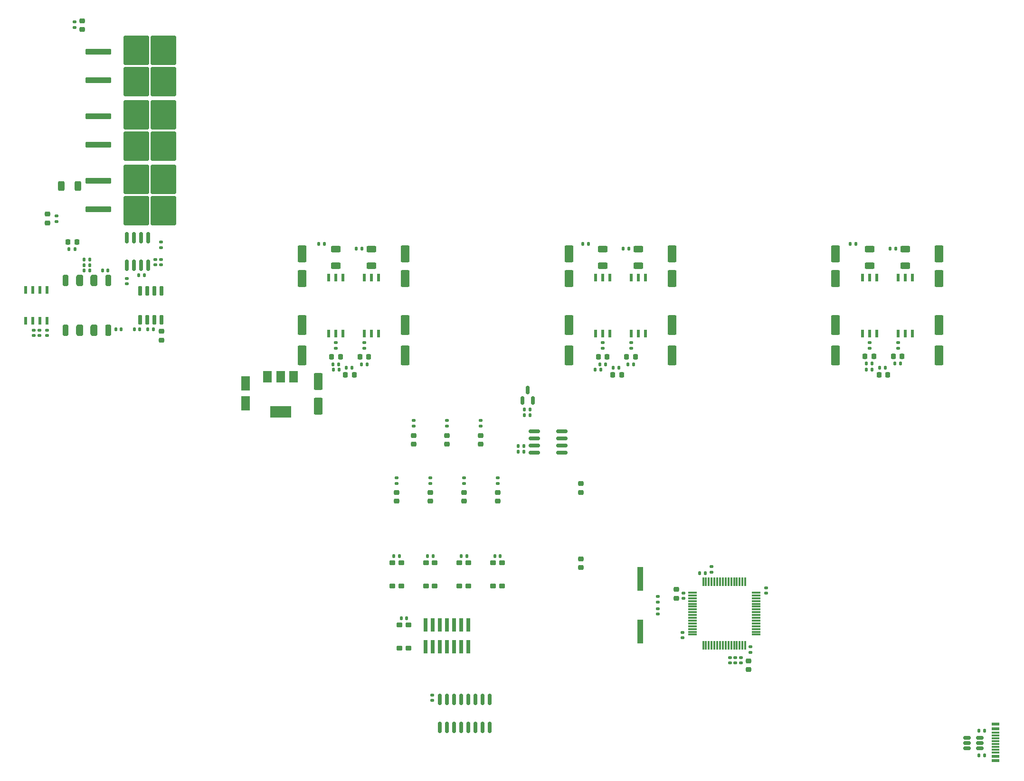
<source format=gbr>
%TF.GenerationSoftware,KiCad,Pcbnew,7.0.7-7.0.7~ubuntu22.04.1*%
%TF.CreationDate,2023-09-07T14:29:00+02:00*%
%TF.ProjectId,Inverter_KiCAD,496e7665-7274-4657-925f-4b694341442e,rev?*%
%TF.SameCoordinates,Original*%
%TF.FileFunction,Paste,Top*%
%TF.FilePolarity,Positive*%
%FSLAX46Y46*%
G04 Gerber Fmt 4.6, Leading zero omitted, Abs format (unit mm)*
G04 Created by KiCad (PCBNEW 7.0.7-7.0.7~ubuntu22.04.1) date 2023-09-07 14:29:00*
%MOMM*%
%LPD*%
G01*
G04 APERTURE LIST*
G04 Aperture macros list*
%AMRoundRect*
0 Rectangle with rounded corners*
0 $1 Rounding radius*
0 $2 $3 $4 $5 $6 $7 $8 $9 X,Y pos of 4 corners*
0 Add a 4 corners polygon primitive as box body*
4,1,4,$2,$3,$4,$5,$6,$7,$8,$9,$2,$3,0*
0 Add four circle primitives for the rounded corners*
1,1,$1+$1,$2,$3*
1,1,$1+$1,$4,$5*
1,1,$1+$1,$6,$7*
1,1,$1+$1,$8,$9*
0 Add four rect primitives between the rounded corners*
20,1,$1+$1,$2,$3,$4,$5,0*
20,1,$1+$1,$4,$5,$6,$7,0*
20,1,$1+$1,$6,$7,$8,$9,0*
20,1,$1+$1,$8,$9,$2,$3,0*%
G04 Aperture macros list end*
%ADD10RoundRect,0.218750X-0.218750X-0.256250X0.218750X-0.256250X0.218750X0.256250X-0.218750X0.256250X0*%
%ADD11RoundRect,0.218750X-0.256250X0.218750X-0.256250X-0.218750X0.256250X-0.218750X0.256250X0.218750X0*%
%ADD12RoundRect,0.140000X-0.140000X-0.170000X0.140000X-0.170000X0.140000X0.170000X-0.140000X0.170000X0*%
%ADD13RoundRect,0.250000X0.550000X-1.250000X0.550000X1.250000X-0.550000X1.250000X-0.550000X-1.250000X0*%
%ADD14RoundRect,0.250000X0.625000X-0.312500X0.625000X0.312500X-0.625000X0.312500X-0.625000X-0.312500X0*%
%ADD15RoundRect,0.140000X0.140000X0.170000X-0.140000X0.170000X-0.140000X-0.170000X0.140000X-0.170000X0*%
%ADD16RoundRect,0.225000X0.275000X-0.225000X0.275000X0.225000X-0.275000X0.225000X-0.275000X-0.225000X0*%
%ADD17RoundRect,0.135000X-0.185000X0.135000X-0.185000X-0.135000X0.185000X-0.135000X0.185000X0.135000X0*%
%ADD18RoundRect,0.135000X-0.135000X-0.185000X0.135000X-0.185000X0.135000X0.185000X-0.135000X0.185000X0*%
%ADD19RoundRect,0.135000X0.135000X0.185000X-0.135000X0.185000X-0.135000X-0.185000X0.135000X-0.185000X0*%
%ADD20RoundRect,0.250000X-2.050000X-0.300000X2.050000X-0.300000X2.050000X0.300000X-2.050000X0.300000X0*%
%ADD21RoundRect,0.250000X-2.025000X-2.375000X2.025000X-2.375000X2.025000X2.375000X-2.025000X2.375000X0*%
%ADD22RoundRect,0.140000X-0.170000X0.140000X-0.170000X-0.140000X0.170000X-0.140000X0.170000X0.140000X0*%
%ADD23R,1.450000X0.600000*%
%ADD24R,1.450000X0.300000*%
%ADD25RoundRect,0.150000X-0.512500X-0.150000X0.512500X-0.150000X0.512500X0.150000X-0.512500X0.150000X0*%
%ADD26RoundRect,0.135000X0.185000X-0.135000X0.185000X0.135000X-0.185000X0.135000X-0.185000X-0.135000X0*%
%ADD27R,0.508000X1.460500*%
%ADD28RoundRect,0.254000X0.254000X0.746000X-0.254000X0.746000X-0.254000X-0.746000X0.254000X-0.746000X0*%
%ADD29RoundRect,0.317500X0.317500X0.682500X-0.317500X0.682500X-0.317500X-0.682500X0.317500X-0.682500X0*%
%ADD30RoundRect,0.265000X0.265000X0.735000X-0.265000X0.735000X-0.265000X-0.735000X0.265000X-0.735000X0*%
%ADD31RoundRect,0.150000X0.150000X-0.825000X0.150000X0.825000X-0.150000X0.825000X-0.150000X-0.825000X0*%
%ADD32RoundRect,0.218750X0.218750X0.256250X-0.218750X0.256250X-0.218750X-0.256250X0.218750X-0.256250X0*%
%ADD33RoundRect,0.218750X0.256250X-0.218750X0.256250X0.218750X-0.256250X0.218750X-0.256250X-0.218750X0*%
%ADD34RoundRect,0.075000X-0.700000X-0.075000X0.700000X-0.075000X0.700000X0.075000X-0.700000X0.075000X0*%
%ADD35RoundRect,0.075000X-0.075000X-0.700000X0.075000X-0.700000X0.075000X0.700000X-0.075000X0.700000X0*%
%ADD36RoundRect,0.250000X-0.550000X1.500000X-0.550000X-1.500000X0.550000X-1.500000X0.550000X1.500000X0*%
%ADD37R,0.740000X2.400000*%
%ADD38RoundRect,0.150000X0.150000X-0.587500X0.150000X0.587500X-0.150000X0.587500X-0.150000X-0.587500X0*%
%ADD39R,0.508000X1.346200*%
%ADD40RoundRect,0.225000X-0.250000X0.225000X-0.250000X-0.225000X0.250000X-0.225000X0.250000X0.225000X0*%
%ADD41RoundRect,0.140000X0.170000X-0.140000X0.170000X0.140000X-0.170000X0.140000X-0.170000X-0.140000X0*%
%ADD42R,1.016000X4.318000*%
%ADD43RoundRect,0.250000X-0.550000X1.050000X-0.550000X-1.050000X0.550000X-1.050000X0.550000X1.050000X0*%
%ADD44RoundRect,0.225000X0.250000X-0.225000X0.250000X0.225000X-0.250000X0.225000X-0.250000X-0.225000X0*%
%ADD45RoundRect,0.250000X-0.312500X-0.625000X0.312500X-0.625000X0.312500X0.625000X-0.312500X0.625000X0*%
%ADD46RoundRect,0.150000X0.825000X0.150000X-0.825000X0.150000X-0.825000X-0.150000X0.825000X-0.150000X0*%
%ADD47R,1.500000X2.000000*%
%ADD48R,3.800000X2.000000*%
%ADD49RoundRect,0.150000X0.150000X-0.725000X0.150000X0.725000X-0.150000X0.725000X-0.150000X-0.725000X0*%
G04 APERTURE END LIST*
D10*
%TO.C,D402*%
X186710000Y-125100000D03*
X188285000Y-125100000D03*
%TD*%
D11*
%TO.C,D804*%
X121200000Y-149372500D03*
X121200000Y-150947500D03*
%TD*%
%TO.C,D502*%
X112200000Y-139212500D03*
X112200000Y-140787500D03*
%TD*%
D12*
%TO.C,C812*%
X157237500Y-163775000D03*
X158197500Y-163775000D03*
%TD*%
D13*
%TO.C,C203*%
X86340000Y-111200000D03*
X86340000Y-106800000D03*
%TD*%
D10*
%TO.C,D302*%
X139137500Y-125200000D03*
X140712500Y-125200000D03*
%TD*%
D14*
%TO.C,R408*%
X193835000Y-108902500D03*
X193835000Y-105977500D03*
%TD*%
D15*
%TO.C,C901*%
X57380000Y-120300000D03*
X56420000Y-120300000D03*
%TD*%
D12*
%TO.C,C818*%
X120720000Y-160700000D03*
X121680000Y-160700000D03*
%TD*%
D16*
%TO.C,SW801*%
X103700000Y-177150000D03*
X103700000Y-173050000D03*
X105300000Y-177150000D03*
X105300000Y-173050000D03*
%TD*%
D17*
%TO.C,R1402*%
X45800000Y-65400000D03*
X45800000Y-66420000D03*
%TD*%
D11*
%TO.C,D803*%
X115200000Y-149375000D03*
X115200000Y-150950000D03*
%TD*%
D17*
%TO.C,R302*%
X145005000Y-122630000D03*
X145005000Y-123650000D03*
%TD*%
D18*
%TO.C,R305*%
X144415000Y-126500000D03*
X145435000Y-126500000D03*
%TD*%
D16*
%TO.C,SW804*%
X114400000Y-166050000D03*
X114400000Y-161950000D03*
X116000000Y-166050000D03*
X116000000Y-161950000D03*
%TD*%
D19*
%TO.C,R809*%
X139610000Y-127500000D03*
X138590000Y-127500000D03*
%TD*%
D13*
%TO.C,C204*%
X104740000Y-111200000D03*
X104740000Y-106800000D03*
%TD*%
D14*
%TO.C,R208*%
X98715000Y-108902500D03*
X98715000Y-105977500D03*
%TD*%
D10*
%TO.C,D403*%
X191737500Y-125100000D03*
X193312500Y-125100000D03*
%TD*%
D13*
%TO.C,C404*%
X199860000Y-111200000D03*
X199860000Y-106800000D03*
%TD*%
D20*
%TO.C,D902*%
X50050000Y-70760000D03*
D21*
X56775000Y-70525000D03*
X56775000Y-76075000D03*
X61625000Y-70525000D03*
X61625000Y-76075000D03*
D20*
X50050000Y-75840000D03*
%TD*%
D22*
%TO.C,C808*%
X166275000Y-176945000D03*
X166275000Y-177905000D03*
%TD*%
D23*
%TO.C,J801*%
X209955000Y-197250000D03*
X209955000Y-196450000D03*
D24*
X209955000Y-195250000D03*
X209955000Y-194250000D03*
X209955000Y-193750000D03*
X209955000Y-192750000D03*
D23*
X209955000Y-191550000D03*
X209955000Y-190750000D03*
X209955000Y-190750000D03*
X209955000Y-191550000D03*
D24*
X209955000Y-192250000D03*
X209955000Y-193250000D03*
X209955000Y-194750000D03*
X209955000Y-195750000D03*
D23*
X209955000Y-196450000D03*
X209955000Y-197250000D03*
%TD*%
D13*
%TO.C,C304*%
X152300000Y-111200000D03*
X152300000Y-106800000D03*
%TD*%
D10*
%TO.C,D203*%
X96640000Y-125200000D03*
X98215000Y-125200000D03*
%TD*%
D18*
%TO.C,R205*%
X96890000Y-126500000D03*
X97910000Y-126500000D03*
%TD*%
D19*
%TO.C,R808*%
X92910000Y-127500000D03*
X91890000Y-127500000D03*
%TD*%
D22*
%TO.C,C902*%
X55100000Y-111220000D03*
X55100000Y-112180000D03*
%TD*%
D12*
%TO.C,C815*%
X102720000Y-160700000D03*
X103680000Y-160700000D03*
%TD*%
D22*
%TO.C,C602*%
X39500000Y-120420000D03*
X39500000Y-121380000D03*
%TD*%
D17*
%TO.C,R201*%
X92365000Y-122630000D03*
X92365000Y-123650000D03*
%TD*%
D25*
%TO.C,U802*%
X204862500Y-193150000D03*
X204862500Y-194100000D03*
X204862500Y-195050000D03*
X207137500Y-195050000D03*
X207137500Y-194100000D03*
X207137500Y-193150000D03*
%TD*%
D26*
%TO.C,R807*%
X121200000Y-147807500D03*
X121200000Y-146787500D03*
%TD*%
D27*
%TO.C,U601*%
X40905000Y-113275850D03*
X39635000Y-113275850D03*
X38365000Y-113275850D03*
X37095000Y-113275850D03*
X37095000Y-118724150D03*
X38365000Y-118724150D03*
X39635000Y-118724150D03*
X40905000Y-118724150D03*
%TD*%
D28*
%TO.C,U602*%
X51810000Y-111550000D03*
D29*
X49270000Y-111550000D03*
X46730000Y-111550000D03*
D28*
X44190000Y-111550000D03*
X44190000Y-120450000D03*
D29*
X46730000Y-120450000D03*
X49270000Y-120450000D03*
D30*
X51810000Y-120450000D03*
%TD*%
D12*
%TO.C,C606*%
X53120000Y-120300000D03*
X54080000Y-120300000D03*
%TD*%
D26*
%TO.C,R804*%
X103200000Y-147812500D03*
X103200000Y-146792500D03*
%TD*%
D18*
%TO.C,R304*%
X139387500Y-126500000D03*
X140407500Y-126500000D03*
%TD*%
D19*
%TO.C,R409*%
X192160000Y-105900000D03*
X191140000Y-105900000D03*
%TD*%
%TO.C,R1201*%
X125885000Y-142105000D03*
X124865000Y-142105000D03*
%TD*%
D26*
%TO.C,R1401*%
X42575000Y-101035000D03*
X42575000Y-100015000D03*
%TD*%
D10*
%TO.C,D1403*%
X44625000Y-104700000D03*
X46200000Y-104700000D03*
%TD*%
D22*
%TO.C,C903*%
X60200000Y-107820000D03*
X60200000Y-108780000D03*
%TD*%
D12*
%TO.C,C816*%
X108720000Y-160700000D03*
X109680000Y-160700000D03*
%TD*%
D14*
%TO.C,R306*%
X139925000Y-108902500D03*
X139925000Y-105977500D03*
%TD*%
D18*
%TO.C,R405*%
X191987500Y-126400000D03*
X193007500Y-126400000D03*
%TD*%
D19*
%TO.C,R309*%
X144610000Y-105900000D03*
X143590000Y-105900000D03*
%TD*%
%TO.C,R602*%
X48510000Y-109800000D03*
X47490000Y-109800000D03*
%TD*%
D11*
%TO.C,D801*%
X103200000Y-149377500D03*
X103200000Y-150952500D03*
%TD*%
D15*
%TO.C,C605*%
X51732500Y-109800000D03*
X50772500Y-109800000D03*
%TD*%
D11*
%TO.C,D1402*%
X47100000Y-65212500D03*
X47100000Y-66787500D03*
%TD*%
D14*
%TO.C,R308*%
X146275000Y-108902500D03*
X146275000Y-105977500D03*
%TD*%
D19*
%TO.C,R810*%
X187960000Y-127425000D03*
X186940000Y-127425000D03*
%TD*%
D31*
%TO.C,U902*%
X55100000Y-108850000D03*
X56370000Y-108850000D03*
X57640000Y-108850000D03*
X58910000Y-108850000D03*
X58910000Y-103900000D03*
X57640000Y-103900000D03*
X56370000Y-103900000D03*
X55100000Y-103900000D03*
%TD*%
D18*
%TO.C,R204*%
X91862500Y-126500000D03*
X92882500Y-126500000D03*
%TD*%
D26*
%TO.C,R501*%
X106200000Y-137510000D03*
X106200000Y-136490000D03*
%TD*%
D22*
%TO.C,C603*%
X38500000Y-120420000D03*
X38500000Y-121380000D03*
%TD*%
D32*
%TO.C,D401*%
X190757500Y-128400000D03*
X189182500Y-128400000D03*
%TD*%
D13*
%TO.C,C403*%
X181460000Y-111200000D03*
X181460000Y-106800000D03*
%TD*%
D17*
%TO.C,R401*%
X187485000Y-122630000D03*
X187485000Y-123650000D03*
%TD*%
D19*
%TO.C,R403*%
X190310000Y-127100000D03*
X189290000Y-127100000D03*
%TD*%
D33*
%TO.C,D901*%
X61300000Y-122187500D03*
X61300000Y-120612500D03*
%TD*%
D14*
%TO.C,R206*%
X92365000Y-108902500D03*
X92365000Y-105977500D03*
%TD*%
D33*
%TO.C,L801*%
X165900000Y-181012500D03*
X165900000Y-179437500D03*
%TD*%
D26*
%TO.C,R801*%
X159350000Y-163612500D03*
X159350000Y-162592500D03*
%TD*%
D34*
%TO.C,U801*%
X155925000Y-167250000D03*
X155925000Y-167750000D03*
X155925000Y-168250000D03*
X155925000Y-168750000D03*
X155925000Y-169250000D03*
X155925000Y-169750000D03*
X155925000Y-170250000D03*
X155925000Y-170750000D03*
X155925000Y-171250000D03*
X155925000Y-171750000D03*
X155925000Y-172250000D03*
X155925000Y-172750000D03*
X155925000Y-173250000D03*
X155925000Y-173750000D03*
X155925000Y-174250000D03*
X155925000Y-174750000D03*
D35*
X157850000Y-176675000D03*
X158350000Y-176675000D03*
X158850000Y-176675000D03*
X159350000Y-176675000D03*
X159850000Y-176675000D03*
X160350000Y-176675000D03*
X160850000Y-176675000D03*
X161350000Y-176675000D03*
X161850000Y-176675000D03*
X162350000Y-176675000D03*
X162850000Y-176675000D03*
X163350000Y-176675000D03*
X163850000Y-176675000D03*
X164350000Y-176675000D03*
X164850000Y-176675000D03*
X165350000Y-176675000D03*
D34*
X167275000Y-174750000D03*
X167275000Y-174250000D03*
X167275000Y-173750000D03*
X167275000Y-173250000D03*
X167275000Y-172750000D03*
X167275000Y-172250000D03*
X167275000Y-171750000D03*
X167275000Y-171250000D03*
X167275000Y-170750000D03*
X167275000Y-170250000D03*
X167275000Y-169750000D03*
X167275000Y-169250000D03*
X167275000Y-168750000D03*
X167275000Y-168250000D03*
X167275000Y-167750000D03*
X167275000Y-167250000D03*
D35*
X165350000Y-165325000D03*
X164850000Y-165325000D03*
X164350000Y-165325000D03*
X163850000Y-165325000D03*
X163350000Y-165325000D03*
X162850000Y-165325000D03*
X162350000Y-165325000D03*
X161850000Y-165325000D03*
X161350000Y-165325000D03*
X160850000Y-165325000D03*
X160350000Y-165325000D03*
X159850000Y-165325000D03*
X159350000Y-165325000D03*
X158850000Y-165325000D03*
X158350000Y-165325000D03*
X157850000Y-165325000D03*
%TD*%
D18*
%TO.C,R307*%
X136390000Y-105000000D03*
X137410000Y-105000000D03*
%TD*%
D17*
%TO.C,R701*%
X61200000Y-104690000D03*
X61200000Y-105710000D03*
%TD*%
D22*
%TO.C,C809*%
X154350000Y-167345000D03*
X154350000Y-168305000D03*
%TD*%
D36*
%TO.C,C302*%
X152300000Y-119540000D03*
X152300000Y-124940000D03*
%TD*%
D37*
%TO.C,J803*%
X108390000Y-176950000D03*
X108390000Y-173050000D03*
X109660000Y-176950000D03*
X109660000Y-173050000D03*
X110930000Y-176950000D03*
X110930000Y-173050000D03*
X112200000Y-176950000D03*
X112200000Y-173050000D03*
X113470000Y-176950000D03*
X113470000Y-173050000D03*
X114740000Y-176950000D03*
X114740000Y-173050000D03*
X116010000Y-176950000D03*
X116010000Y-173050000D03*
%TD*%
D11*
%TO.C,D503*%
X118200000Y-139212500D03*
X118200000Y-140787500D03*
%TD*%
D38*
%TO.C,Q1101*%
X125600000Y-133000000D03*
X127500000Y-133000000D03*
X126550000Y-131125000D03*
%TD*%
D18*
%TO.C,R601*%
X47490000Y-107800000D03*
X48510000Y-107800000D03*
%TD*%
%TO.C,R1102*%
X125940000Y-134562500D03*
X126960000Y-134562500D03*
%TD*%
D15*
%TO.C,C604*%
X48480000Y-108800000D03*
X47520000Y-108800000D03*
%TD*%
D36*
%TO.C,C201*%
X86340000Y-119540000D03*
X86340000Y-124940000D03*
%TD*%
D20*
%TO.C,D903*%
X50050000Y-82260000D03*
D21*
X56775000Y-82025000D03*
X56775000Y-87575000D03*
X61625000Y-82025000D03*
X61625000Y-87575000D03*
D20*
X50050000Y-87340000D03*
%TD*%
D22*
%TO.C,C1301*%
X109500000Y-185520000D03*
X109500000Y-186480000D03*
%TD*%
D13*
%TO.C,C502*%
X89200000Y-133950000D03*
X89200000Y-129550000D03*
%TD*%
D39*
%TO.C,Q301*%
X138655000Y-120991100D03*
X139925000Y-120991100D03*
X141195000Y-120991100D03*
X145005000Y-120991100D03*
X146275000Y-120991100D03*
X147545000Y-120991100D03*
X147545000Y-111008900D03*
X146275000Y-111008900D03*
X145005000Y-111008900D03*
X141195000Y-111008900D03*
X139925000Y-111008900D03*
X138655000Y-111008900D03*
%TD*%
D40*
%TO.C,C813*%
X136000000Y-147825000D03*
X136000000Y-149375000D03*
%TD*%
D41*
%TO.C,C811*%
X154200000Y-175305000D03*
X154200000Y-174345000D03*
%TD*%
D19*
%TO.C,R209*%
X97010000Y-105900000D03*
X95990000Y-105900000D03*
%TD*%
D42*
%TO.C,Y801*%
X146600000Y-174199000D03*
X146600000Y-164801000D03*
%TD*%
D39*
%TO.C,Q401*%
X186215000Y-120991100D03*
X187485000Y-120991100D03*
X188755000Y-120991100D03*
X192565000Y-120991100D03*
X193835000Y-120991100D03*
X195105000Y-120991100D03*
X195105000Y-111008900D03*
X193835000Y-111008900D03*
X192565000Y-111008900D03*
X188755000Y-111008900D03*
X187485000Y-111008900D03*
X186215000Y-111008900D03*
%TD*%
D36*
%TO.C,C402*%
X199860000Y-119540000D03*
X199860000Y-124940000D03*
%TD*%
D18*
%TO.C,R407*%
X184040000Y-105000000D03*
X185060000Y-105000000D03*
%TD*%
%TO.C,R207*%
X89290000Y-105000000D03*
X90310000Y-105000000D03*
%TD*%
D20*
%TO.C,Q901*%
X50050000Y-93760000D03*
D21*
X56775000Y-93525000D03*
X56775000Y-99075000D03*
X61625000Y-93525000D03*
X61625000Y-99075000D03*
D20*
X50050000Y-98840000D03*
%TD*%
D19*
%TO.C,R802*%
X208010000Y-196300000D03*
X206990000Y-196300000D03*
%TD*%
D43*
%TO.C,C501*%
X76300000Y-129900000D03*
X76300000Y-133500000D03*
%TD*%
D36*
%TO.C,C301*%
X133900000Y-119540000D03*
X133900000Y-124940000D03*
%TD*%
D18*
%TO.C,R404*%
X186960000Y-126400000D03*
X187980000Y-126400000D03*
%TD*%
D16*
%TO.C,SW803*%
X108400000Y-166050000D03*
X108400000Y-161950000D03*
X110000000Y-166050000D03*
X110000000Y-161950000D03*
%TD*%
D44*
%TO.C,C806*%
X136000000Y-162775000D03*
X136000000Y-161225000D03*
%TD*%
D10*
%TO.C,D303*%
X144165000Y-125200000D03*
X145740000Y-125200000D03*
%TD*%
D17*
%TO.C,R402*%
X192565000Y-122630000D03*
X192565000Y-123650000D03*
%TD*%
D19*
%TO.C,R203*%
X95210000Y-127100000D03*
X94190000Y-127100000D03*
%TD*%
D22*
%TO.C,C904*%
X61200000Y-107820000D03*
X61200000Y-108780000D03*
%TD*%
D12*
%TO.C,C814*%
X104020000Y-171850000D03*
X104980000Y-171850000D03*
%TD*%
D22*
%TO.C,C601*%
X40900000Y-120420000D03*
X40900000Y-121380000D03*
%TD*%
D45*
%TO.C,R903*%
X43437500Y-94700000D03*
X46362500Y-94700000D03*
%TD*%
D36*
%TO.C,C202*%
X104740000Y-119540000D03*
X104740000Y-124940000D03*
%TD*%
D16*
%TO.C,SW802*%
X102400000Y-166050000D03*
X102400000Y-161950000D03*
X104000000Y-166050000D03*
X104000000Y-161950000D03*
%TD*%
%TO.C,SW805*%
X120400000Y-166050000D03*
X120400000Y-161950000D03*
X122000000Y-166050000D03*
X122000000Y-161950000D03*
%TD*%
D46*
%TO.C,U1201*%
X132675000Y-142305000D03*
X132675000Y-141035000D03*
X132675000Y-139765000D03*
X132675000Y-138495000D03*
X127725000Y-138495000D03*
X127725000Y-139765000D03*
X127725000Y-141035000D03*
X127725000Y-142305000D03*
%TD*%
D13*
%TO.C,C303*%
X133900000Y-111200000D03*
X133900000Y-106800000D03*
%TD*%
D22*
%TO.C,C805*%
X162600000Y-178820000D03*
X162600000Y-179780000D03*
%TD*%
D39*
%TO.C,Q201*%
X91095000Y-120991100D03*
X92365000Y-120991100D03*
X93635000Y-120991100D03*
X97445000Y-120991100D03*
X98715000Y-120991100D03*
X99985000Y-120991100D03*
X99985000Y-111008900D03*
X98715000Y-111008900D03*
X97445000Y-111008900D03*
X93635000Y-111008900D03*
X92365000Y-111008900D03*
X91095000Y-111008900D03*
%TD*%
D26*
%TO.C,R502*%
X112200000Y-137510000D03*
X112200000Y-136490000D03*
%TD*%
D47*
%TO.C,U503*%
X84800000Y-128700000D03*
X82500000Y-128700000D03*
D48*
X82500000Y-135000000D03*
D47*
X80200000Y-128700000D03*
%TD*%
D11*
%TO.C,D802*%
X109200000Y-149377500D03*
X109200000Y-150952500D03*
%TD*%
D19*
%TO.C,R303*%
X142840000Y-127100000D03*
X141820000Y-127100000D03*
%TD*%
D31*
%TO.C,U1301*%
X110864999Y-191275000D03*
X112134999Y-191275000D03*
X113404999Y-191275000D03*
X114674999Y-191275000D03*
X115944999Y-191275000D03*
X117214999Y-191275000D03*
X118484999Y-191275000D03*
X119754999Y-191275000D03*
X119754999Y-186325000D03*
X118484999Y-186325000D03*
X117214999Y-186325000D03*
X115944999Y-186325000D03*
X114674999Y-186325000D03*
X113404999Y-186325000D03*
X112134999Y-186325000D03*
X110864999Y-186325000D03*
%TD*%
D22*
%TO.C,C807*%
X164600000Y-178820000D03*
X164600000Y-179780000D03*
%TD*%
D12*
%TO.C,C817*%
X114720000Y-160700000D03*
X115680000Y-160700000D03*
%TD*%
D22*
%TO.C,C802*%
X149800000Y-170120000D03*
X149800000Y-171080000D03*
%TD*%
D19*
%TO.C,R803*%
X208012500Y-191900000D03*
X206992500Y-191900000D03*
%TD*%
D22*
%TO.C,C810*%
X163600000Y-178820000D03*
X163600000Y-179780000D03*
%TD*%
D32*
%TO.C,D201*%
X95657500Y-128400000D03*
X94082500Y-128400000D03*
%TD*%
D18*
%TO.C,R1101*%
X125940000Y-135562500D03*
X126960000Y-135562500D03*
%TD*%
D11*
%TO.C,D501*%
X106200000Y-139212500D03*
X106200000Y-140787500D03*
%TD*%
D41*
%TO.C,C801*%
X149800000Y-168912500D03*
X149800000Y-167952500D03*
%TD*%
D18*
%TO.C,R901*%
X58850000Y-120300000D03*
X59870000Y-120300000D03*
%TD*%
D22*
%TO.C,C804*%
X169075000Y-166420000D03*
X169075000Y-167380000D03*
%TD*%
D40*
%TO.C,C803*%
X153075000Y-166700000D03*
X153075000Y-168250000D03*
%TD*%
D18*
%TO.C,R1403*%
X44812500Y-106000000D03*
X45832500Y-106000000D03*
%TD*%
D17*
%TO.C,R301*%
X139925000Y-122630000D03*
X139925000Y-123650000D03*
%TD*%
D18*
%TO.C,R902*%
X57187500Y-110600000D03*
X58207500Y-110600000D03*
%TD*%
D26*
%TO.C,R503*%
X118200000Y-137510000D03*
X118200000Y-136490000D03*
%TD*%
D12*
%TO.C,C1201*%
X124895000Y-141105000D03*
X125855000Y-141105000D03*
%TD*%
D36*
%TO.C,C401*%
X181460000Y-119540000D03*
X181460000Y-124940000D03*
%TD*%
D17*
%TO.C,R202*%
X97445000Y-122630000D03*
X97445000Y-123650000D03*
%TD*%
D14*
%TO.C,R406*%
X187485000Y-108902500D03*
X187485000Y-105977500D03*
%TD*%
D10*
%TO.C,D202*%
X91612500Y-125200000D03*
X93187500Y-125200000D03*
%TD*%
D33*
%TO.C,D1401*%
X41000000Y-101297500D03*
X41000000Y-99722500D03*
%TD*%
D49*
%TO.C,U901*%
X57495000Y-118575000D03*
X58765000Y-118575000D03*
X60035000Y-118575000D03*
X61305000Y-118575000D03*
X61305000Y-113425000D03*
X60035000Y-113425000D03*
X58765000Y-113425000D03*
X57495000Y-113425000D03*
%TD*%
D26*
%TO.C,R805*%
X109200000Y-147812500D03*
X109200000Y-146792500D03*
%TD*%
D32*
%TO.C,D301*%
X143287500Y-128400000D03*
X141712500Y-128400000D03*
%TD*%
D26*
%TO.C,R806*%
X115200000Y-147810000D03*
X115200000Y-146790000D03*
%TD*%
M02*

</source>
